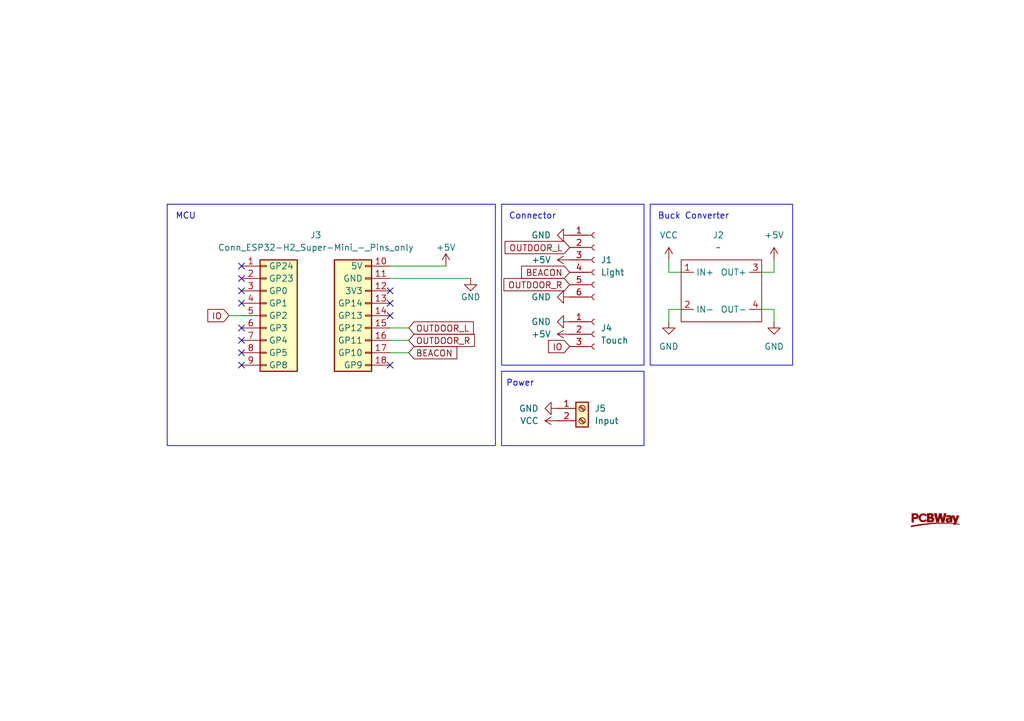
<source format=kicad_sch>
(kicad_sch (version 20250114) (generator "eeschema") (generator_version "9.0")
  (paper "A5")
  (title_block (title "Mole Beacon") (date "05.10.2025") (rev "2.0") (company "Peter Siegmund") (comment 1 "kicad@mars3142.org") (comment 2 "https://wiki.mars3142.dev/project/maerklin/warnemuende/lighthouse/start"))
  (lib_symbols
    (symbol "Connector:Conn_01x03_Socket" (pin_names (offset 1.016) (hide yes))
      (property "Reference" "J" (at 0 5.08 0))
      (property "Value" "Conn_01x03_Socket" (at 0 -5.08 0))
      (symbol "Conn_01x03_Socket_1_1"
        (polyline (pts (xy -1.27 2.54) (xy -0.508 2.54)) (stroke (width 0.1524)))
        (polyline (pts (xy -1.27 0) (xy -0.508 0)) (stroke (width 0.1524)))
        (polyline (pts (xy -1.27 -2.54) (xy -0.508 -2.54)) (stroke (width 0.1524)))
        (arc (start 0 2.032) (mid -0.5058 2.54) (end 0 3.048) (stroke (width 0.1524)))
        (arc (start 0 -0.508) (mid -0.5058 0) (end 0 0.508) (stroke (width 0.1524)))
        (arc (start 0 -3.048) (mid -0.5058 -2.54) (end 0 -2.032) (stroke (width 0.1524)))
        (pin passive line (at -5.08 2.54 0) (length 3.81) (name "Pin_1") (number "1"))
        (pin passive line (at -5.08 0 0) (length 3.81) (name "Pin_2") (number "2"))
        (pin passive line (at -5.08 -2.54 0) (length 3.81) (name "Pin_3") (number "3"))
      )
    )
    (symbol "Connector:Conn_01x06_Socket" (pin_names (offset 1.016) (hide yes))
      (property "Reference" "J" (at 0 7.62 0))
      (property "Value" "Conn_01x06_Socket" (at 0 -10.16 0))
      (symbol "Conn_01x06_Socket_1_1"
        (polyline (pts (xy -1.27 5.08) (xy -0.508 5.08)) (stroke (width 0.1524)))
        (polyline (pts (xy -1.27 2.54) (xy -0.508 2.54)) (stroke (width 0.1524)))
        (polyline (pts (xy -1.27 0) (xy -0.508 0)) (stroke (width 0.1524)))
        (polyline (pts (xy -1.27 -2.54) (xy -0.508 -2.54)) (stroke (width 0.1524)))
        (polyline (pts (xy -1.27 -5.08) (xy -0.508 -5.08)) (stroke (width 0.1524)))
        (polyline (pts (xy -1.27 -7.62) (xy -0.508 -7.62)) (stroke (width 0.1524)))
        (arc (start 0 4.572) (mid -0.5058 5.08) (end 0 5.588) (stroke (width 0.1524)))
        (arc (start 0 2.032) (mid -0.5058 2.54) (end 0 3.048) (stroke (width 0.1524)))
        (arc (start 0 -0.508) (mid -0.5058 0) (end 0 0.508) (stroke (width 0.1524)))
        (arc (start 0 -3.048) (mid -0.5058 -2.54) (end 0 -2.032) (stroke (width 0.1524)))
        (arc (start 0 -5.588) (mid -0.5058 -5.08) (end 0 -4.572) (stroke (width 0.1524)))
        (arc (start 0 -8.128) (mid -0.5058 -7.62) (end 0 -7.112) (stroke (width 0.1524)))
        (pin passive line (at -5.08 5.08 0) (length 3.81) (name "Pin_1") (number "1"))
        (pin passive line (at -5.08 2.54 0) (length 3.81) (name "Pin_2") (number "2"))
        (pin passive line (at -5.08 0 0) (length 3.81) (name "Pin_3") (number "3"))
        (pin passive line (at -5.08 -2.54 0) (length 3.81) (name "Pin_4") (number "4"))
        (pin passive line (at -5.08 -5.08 0) (length 3.81) (name "Pin_5") (number "5"))
        (pin passive line (at -5.08 -7.62 0) (length 3.81) (name "Pin_6") (number "6"))
      )
    )
    (symbol "Connector:Screw_Terminal_01x02" (pin_names (offset 1.016) (hide yes))
      (property "Reference" "J" (at 0 2.54 0))
      (property "Value" "Screw_Terminal_01x02" (at 0 -5.08 0))
      (symbol "Screw_Terminal_01x02_1_1"
        (rectangle (start -1.27 1.27) (end 1.27 -3.81) (stroke (width 0.254)) (fill (type background)))
        (polyline (pts (xy -0.5334 0.3302) (xy 0.3302 -0.508)) (stroke (width 0.1524)))
        (polyline (pts (xy -0.5334 -2.2098) (xy 0.3302 -3.048)) (stroke (width 0.1524)))
        (polyline (pts (xy -0.3556 0.508) (xy 0.508 -0.3302)) (stroke (width 0.1524)))
        (polyline (pts (xy -0.3556 -2.032) (xy 0.508 -2.8702)) (stroke (width 0.1524)))
        (circle (center 0 0) (radius 0.635) (stroke (width 0.1524)))
        (circle (center 0 -2.54) (radius 0.635) (stroke (width 0.1524)))
        (pin passive line (at -5.08 0 0) (length 3.81) (name "Pin_1") (number "1"))
        (pin passive line (at -5.08 -2.54 0) (length 3.81) (name "Pin_2") (number "2"))
      )
    )
    (symbol "aliexpress:Buck_Converter"
      (property "Reference" "J" (at 0 0 0))
      (symbol "Buck_Converter_0_1"
        (rectangle (start -7.62 6.35) (end 8.89 -6.35))
      )
      (symbol "Buck_Converter_1_1"
        (pin passive line (at -7.62 3.81 0) (length 2.54) (name "IN+") (number "1"))
        (pin passive line (at -7.62 -3.81 0) (length 2.54) (name "IN-") (number "2"))
        (pin passive line (at 8.89 3.81 180) (length 2.54) (name "OUT+") (number "3"))
        (pin passive line (at 8.89 -3.81 180) (length 2.54) (name "OUT-") (number "4"))
      )
    )
    (symbol "pcbway:LOGO" (pin_names (offset 1.016))
      (symbol "LOGO_0_0"
        (polyline (pts (xy -4.9134 -1.4708) (xy -4.9126 -1.4707) (xy -4.8189 -1.4495) (xy -4.6929 -1.4238) (xy -4.5386 -1.3944) (xy -4.3599 -1.3618) (xy -4.1609 -1.3267) (xy -3.9455 -1.2898) (xy -3.7176 -1.2516) (xy -3.4814 -1.2129) (xy -3.2407 -1.1744) (xy -2.9995 -1.1365) (xy -2.7618 -1.1001) (xy -2.5316 -1.0658) (xy -2.3129 -1.0341) (xy -2.1096 -1.0058) (xy -1.9257 -0.9816) (xy -1.8406 -0.9707) (xy -1.7364 -0.9574) (xy -1.6414 -0.9453) (xy -1.5633 -0.9355) (xy -1.3456 -0.9108) (xy -1.1003 -0.8857) (xy -0.8339 -0.8607) (xy -0.5527 -0.8364) (xy -0.2632 -0.8133) (xy 0.0281 -0.7919) (xy 0.3148 -0.7728) (xy 0.5903 -0.7564) (xy 0.8484 -0.7434) (xy 1.0295 -0.7365) (xy 1.237 -0.7311) (xy 1.459 -0.7275) (xy 1.6882 -0.7256) (xy 1.9173 -0.7254) (xy 2.139 -0.727) (xy 2.346 -0.7303) (xy 2.531 -0.7353) (xy 2.6867 -0.7421) (xy 2.8242 -0.7501) (xy 2.9888 -0.7606) (xy 3.1492 -0.7717) (xy 3.3014 -0.7831) (xy 3.4413 -0.7945) (xy 3.5649 -0.8054) (xy 3.668 -0.8156) (xy 3.7467 -0.8248) (xy 3.7969 -0.8325) (xy 3.8145 -0.8384) (xy 3.8143 -0.8409) (xy 3.8058 -0.871) (xy 3.7886 -0.916) (xy 3.7846 -0.9258) (xy 3.771 -0.9651) (xy 3.7687 -0.9842) (xy 3.7691 -0.9844) (xy 3.7919 -0.9862) (xy 3.8435 -0.9868) (xy 3.9167 -0.9863) (xy 4.0043 -0.9847) (xy 4.2339 -0.979) (xy 4.2463 -0.9225) (xy 4.2587 -0.866) (xy 4.3988 -0.8781) (xy 4.4006 -0.8783) (xy 4.5698 -0.8927) (xy 4.7063 -0.9038) (xy 4.8134 -0.9117) (xy 4.895 -0.9167) (xy 4.9545 -0.919) (xy 4.9956 -0.9186) (xy 5.0218 -0.9159) (xy 5.0369 -0.9109) (xy 5.0411 -0.9085) (xy 5.0489 -0.902) (xy 5.0468 -0.8961) (xy 5.0309 -0.89) (xy 4.9975 -0.8831) (xy 4.9428 -0.8748) (xy 4.8631 -0.8642) (xy 4.7545 -0.8507) (xy 4.6132 -0.8337) (xy 4.5312 -0.8238) (xy 4.4395 -0.8123) (xy 4.3662 -0.8027) (xy 4.3174 -0.7959) (xy 4.2991 -0.7925) (xy 4.2991 -0.7924) (xy 4.3052 -0.7734) (xy 4.3229 -0.7235) (xy 4.3509 -0.6462) (xy 4.3879 -0.5446) (xy 4.4329 -0.4222) (xy 4.4845 -0.2822) (xy 4.5415 -0.1282) (xy 4.6028 0.0367) (xy 4.9097 0.862) (xy 4.6983 0.8672) (xy 4.6201 0.8681) (xy 4.5478 0.8667) (xy 4.4966 0.8633) (xy 4.4741 0.858) (xy 4.4707 0.8511) (xy 4.4567 0.8138) (xy 4.4347 0.7493) (xy 4.4061 0.6628) (xy 4.3729 0.5593) (xy 4.3366 0.4442) (xy 4.3159 0.3788) (xy 4.2814 0.2728) (xy 4.2508 0.1831) (xy 4.2257 0.1145) (xy 4.208 0.0716) (xy 4.1992 0.059) (xy 4.1955 0.0663) (xy 4.1808 0.1038) (xy 4.1572 0.1683) (xy 4.1268 0.2546) (xy 4.0912 0.3576) (xy 4.0523 0.4723) (xy 3.9182 0.8712) (xy 3.6924 0.8712) (xy 3.4666 0.8712) (xy 3.5005 0.7841) (xy 3.508 0.7647) (xy 3.5295 0.7081) (xy 3.5611 0.6249) (xy 3.6009 0.5199) (xy 3.647 0.398) (xy 3.6977 0.264) (xy 3.751 0.1226) (xy 3.9676 -0.4517) (xy 3.9338 -0.5468) (xy 3.9211 -0.5816) (xy 3.8967 -0.6472) (xy 3.877 -0.6975) (xy 3.854 -0.7531) (xy 3.628 -0.7302) (xy 3.4379 -0.7118) (xy 2.7081 -0.6577) (xy 1.9525 -0.6269) (xy 1.1731 -0.6191) (xy 0.3719 -0.6344) (xy -0.449 -0.6725) (xy -1.2878 -0.7334) (xy -2.1424 -0.817) (xy -3.0108 -0.9231) (xy -3.891 -1.0516) (xy -4.7811 -1.2025) (xy -4.8948 -1.2231) (xy -4.9162 -1.3263) (xy -4.9257 -1.3701) (xy -4.9386 -1.424) (xy -4.9477 -1.4556) (xy -4.9489 -1.4591) (xy -4.9449 -1.4741) (xy -4.9134 -1.4708)) (stroke (width 0.01)) (fill (type outline)))
        (polyline (pts (xy -4.4015 -0.1587) (xy -4.4015 0.1685) (xy -4.1218 0.1801) (xy -4.0185 0.1852) (xy -3.8966 0.1948) (xy -3.8007 0.2088) (xy -3.7242 0.229) (xy -3.661 0.2572) (xy -3.6047 0.2953) (xy -3.5488 0.3451) (xy -3.4926 0.4076) (xy -3.4351 0.5046) (xy -3.4029 0.6167) (xy -3.3928 0.752) (xy -3.3973 0.8282) (xy -3.4295 0.9614) (xy -3.4906 1.0768) (xy -3.5783 1.1706) (xy -3.6901 1.2387) (xy -3.7066 1.2458) (xy -3.7363 1.2571) (xy -3.7677 1.2658) (xy -3.806 1.2721) (xy -3.8559 1.2765) (xy -3.9227 1.2794) (xy -4.0111 1.2811) (xy -4.1263 1.282) (xy -4.2731 1.2826) (xy -4.7591 1.2838) (xy -4.7621 0.7332) (xy -4.4015 0.7332) (xy -4.4015 0.984) (xy -4.1542 0.978) (xy -3.9068 0.972) (xy -3.841 0.9062) (xy -3.7879 0.8322) (xy -3.7655 0.7493) (xy -3.7753 0.6671) (xy -3.8164 0.5925) (xy -3.888 0.5325) (xy -3.9112 0.5206) (xy -3.9504 0.5074) (xy -4.0024 0.4985) (xy -4.0753 0.4927) (xy -4.1768 0.4887) (xy -4.4015 0.4823) (xy -4.4015 0.7332) (xy -4.7621 0.7332) (xy -4.7639 0.3989) (xy -4.7686 -0.4859) (xy -4.5851 -0.4859) (xy -4.4015 -0.4859) (xy -4.4015 -0.1587)) (stroke (width 0.01)) (fill (type outline)))
        (polyline (pts (xy -2.2997 -0.4376) (xy -2.145 -0.4058) (xy -2.0093 -0.3536) (xy -1.9936 -0.3451) (xy -1.9404 -0.3123) (xy -1.881 -0.2711) (xy -1.8226 -0.2273) (xy -1.7727 -0.1865) (xy -1.7388 -0.1545) (xy -1.728 -0.1369) (xy -1.7291 -0.135) (xy -1.7474 -0.1118) (xy -1.7829 -0.0707) (xy -1.8293 -0.0194) (xy -1.9254 0.0852) (xy -2.031 0.0037) (xy -2.0456 -0.0075) (xy -2.1453 -0.0738) (xy -2.2391 -0.1143) (xy -2.3399 -0.1333) (xy -2.4607 -0.1348) (xy -2.5469 -0.1275) (xy -2.6582 -0.1012) (xy -2.7542 -0.0527) (xy -2.8461 0.0226) (xy -2.8681 0.0454) (xy -2.9387 0.1496) (xy -2.9831 0.2709) (xy -3.0002 0.4011) (xy -2.9885 0.532) (xy -2.9467 0.6553) (xy -2.9257 0.6949) (xy -2.8431 0.8056) (xy -2.7393 0.8863) (xy -2.614 0.9375) (xy -2.4667 0.9593) (xy -2.4009 0.96) (xy -2.2641 0.9418) (xy -2.1394 0.8938) (xy -2.0174 0.8127) (xy -1.923 0.7375) (xy -1.8235 0.8358) (xy -1.8148 0.8445) (xy -1.7687 0.8936) (xy -1.7362 0.9334) (xy -1.7239 0.9561) (xy -1.7368 0.9774) (xy -1.7714 1.0132) (xy -1.8202 1.0555) (xy -1.8224 1.0573) (xy -1.9755 1.1583) (xy -2.1393 1.2278) (xy -2.3093 1.266) (xy -2.481 1.2731) (xy -2.6498 1.2493) (xy -2.8112 1.1949) (xy -2.9606 1.11) (xy -3.0935 0.9949) (xy -3.1044 0.9832) (xy -3.1893 0.8775) (xy -3.249 0.7677) (xy -3.292 0.6386) (xy -3.2988 0.6111) (xy -3.3213 0.4372) (xy -3.3104 0.2682) (xy -3.2684 0.1081) (xy -3.1975 -0.0393) (xy -3.1001 -0.17) (xy -2.9783 -0.2802) (xy -2.8346 -0.3659) (xy -2.6712 -0.4232) (xy -2.6169 -0.4343) (xy -2.461 -0.4475) (xy -2.2997 -0.4376)) (stroke (width 0.01)) (fill (type outline)))
        (polyline (pts (xy -1.1233 -0.4824) (xy -0.6144 -0.4768) (xy -0.5044 -0.4253) (xy -0.4147 -0.3761) (xy -0.3096 -0.2901) (xy -0.2368 -0.1887) (xy -0.2186 -0.1342) (xy -0.2057 -0.0498) (xy -0.2012 0.0482) (xy -0.2056 0.1482) (xy -0.2194 0.2385) (xy -0.2196 0.2395) (xy -0.2514 0.3086) (xy -0.3088 0.3766) (xy -0.382 0.4337) (xy -0.4608 0.4706) (xy -0.4769 0.4757) (xy -0.5159 0.4912) (xy -0.5312 0.5027) (xy -0.5303 0.505) (xy -0.5102 0.5238) (xy -0.4723 0.5502) (xy -0.4354 0.5773) (xy -0.3655 0.6584) (xy -0.3198 0.758) (xy -0.2999 0.8684) (xy -0.3078 0.9819) (xy -0.3454 1.0904) (xy -0.3828 1.1433) (xy -0.4566 1.2066) (xy -0.5495 1.2577) (xy -0.6517 1.29) (xy -0.6547 1.2905) (xy -0.7121 1.2974) (xy -0.8003 1.3032) (xy -0.9138 1.3076) (xy -1.0472 1.3103) (xy -1.1952 1.3113) (xy -1.6322 1.3113) (xy -1.6322 0.7886) (xy -1.1738 0.7886) (xy -1.1738 0.9812) (xy -1.0481 0.9812) (xy -0.9444 0.9758) (xy -0.8595 0.9557) (xy -0.8033 0.919) (xy -0.7728 0.8635) (xy -0.7649 0.7872) (xy -0.7798 0.7121) (xy -0.8234 0.6516) (xy -0.8939 0.6154) (xy -0.9248 0.6087) (xy -0.9951 0.5997) (xy -1.0683 0.5962) (xy -1.1738 0.5961) (xy -1.1738 0.7886) (xy -1.6322 0.7886) (xy -1.6322 0.4116) (xy -1.6322 0.0642) (xy -1.1738 0.0642) (xy -1.1738 0.2843) (xy -0.999 0.2843) (xy -0.8935 0.2814) (xy -0.8043 0.2699) (xy -0.7406 0.2477) (xy -0.6969 0.2129) (xy -0.6676 0.1634) (xy -0.6614 0.1473) (xy -0.6473 0.0584) (xy -0.6665 -0.0226) (xy -0.7164 -0.0896) (xy -0.7944 -0.1363) (xy -0.8055 -0.1396) (xy -0.8572 -0.1479) (xy -0.9294 -0.1537) (xy -1.0099 -0.1558) (xy -1.1738 -0.1558) (xy -1.1738 0.0642) (xy -1.6322 0.0642) (xy -1.6322 -0.4881) (xy -1.1233 -0.4824)) (stroke (width 0.01)) (fill (type outline)))
        (polyline (pts (xy 0.9153 0.0572) (xy 0.9251 0.0964) (xy 0.9604 0.2344) (xy 0.9922 0.3536) (xy 1.0194 0.4507) (xy 1.0411 0.5223) (xy 1.0564 0.565) (xy 1.0642 0.5753) (xy 1.0653 0.5727) (xy 1.0753 0.5412) (xy 1.0927 0.4801) (xy 1.1164 0.3939) (xy 1.145 0.2874) (xy 1.1774 0.1652) (xy 1.2121 0.0321) (xy 1.3464 -0.4859) (xy 1.5993 -0.4859) (xy 1.6293 -0.4859) (xy 1.7169 -0.4854) (xy 1.7877 -0.4844) (xy 1.8351 -0.483) (xy 1.8524 -0.4814) (xy 1.8527 -0.4802) (xy 1.8591 -0.4541) (xy 1.8735 -0.3967) (xy 1.895 -0.3114) (xy 1.9228 -0.2014) (xy 1.956 -0.0701) (xy 1.9938 0.079) (xy 2.0353 0.2426) (xy 2.0797 0.4173) (xy 2.3067 1.3113) (xy 2.0743 1.3113) (xy 1.8419 1.3113) (xy 1.7888 1.0591) (xy 1.7741 0.9897) (xy 1.748 0.8675) (xy 1.7185 0.7302) (xy 1.6881 0.5898) (xy 1.6595 0.4587) (xy 1.5832 0.1105) (xy 1.5069 0.4312) (xy 1.4943 0.4842) (xy 1.4612 0.6236) (xy 1.4262 0.7712) (xy 1.3928 0.9122) (xy 1.3644 1.0322) (xy 1.2981 1.3124) (xy 1.0683 1.3073) (xy 0.8385 1.3021) (xy 0.8152 1.2104) (xy 0.8049 1.1696) (xy 0.7869 1.0983) (xy 0.7628 1.0027) (xy 0.734 0.8886) (xy 0.7021 0.7617) (xy 0.6684 0.6278) (xy 0.6647 0.6131) (xy 0.6325 0.4867) (xy 0.6032 0.3735) (xy 0.578 0.2782) (xy 0.5579 0.205) (xy 0.5444 0.1585) (xy 0.5384 0.1432) (xy 0.5348 0.1554) (xy 0.5245 0.1994) (xy 0.5089 0.2704) (xy 0.4889 0.3638) (xy 0.4657 0.4744) (xy 0.4403 0.5975) (xy 0.4238 0.6777) (xy 0.3969 0.8082) (xy 0.3716 0.9304) (xy 0.3493 1.0375) (xy 0.3315 1.1224) (xy 0.3196 1.1784) (xy 0.2909 1.3113) (xy 0.0525 1.3113) (xy -0.0203 1.3111) (xy -0.0949 1.3099) (xy -0.1422 1.3069) (xy -0.1679 1.3013) (xy -0.1774 1.2923) (xy -0.1762 1.2792) (xy -0.1743 1.2727) (xy -0.1641 1.2338) (xy -0.1466 1.166) (xy -0.1229 1.0737) (xy -0.0944 0.9617) (xy -0.062 0.8346) (xy -0.0272 0.6969) (xy 0.0101 0.5501) (xy 0.0593 0.3563) (xy 0.1053 0.1756) (xy 0.1472 0.0112) (xy 0.1844 -0.1336) (xy 0.2159 -0.2558) (xy 0.2408 -0.352) (xy 0.2585 -0.4191) (xy 0.268 -0.4538) (xy 0.2719 -0.4627) (xy 0.2849 -0.4729) (xy 0.3112 -0.4797) (xy 0.3567 -0.4836) (xy 0.4273 -0.4855) (xy 0.5288 -0.4859) (xy 0.78 -0.4859) (xy 0.9153 0.0572)) (stroke (width 0.01)) (fill (type outline)))
        (polyline (pts (xy 2.7284 -0.5176) (xy 2.8095 -0.5036) (xy 2.8434 -0.4913) (xy 2.9068 -0.4604) (xy 2.97 -0.4224) (xy 3.0626 -0.36) (xy 3.0626 -0.423) (xy 3.0626 -0.4859) (xy 3.2735 -0.4859) (xy 3.4844 -0.4859) (xy 3.4844 0.0373) (xy 3.4844 0.1188) (xy 3.4837 0.2684) (xy 3.4817 0.3878) (xy 3.4776 0.4816) (xy 3.4708 0.5543) (xy 3.4604 0.6102) (xy 3.4459 0.654) (xy 3.4264 0.69) (xy 3.4013 0.7227) (xy 3.3698 0.7566) (xy 3.3417 0.7811) (xy 3.2784 0.8224) (xy 3.2103 0.8552) (xy 3.1456 0.8742) (xy 3.0351 0.8928) (xy 2.9059 0.9034) (xy 2.7679 0.9054) (xy 2.6311 0.8987) (xy 2.5053 0.8827) (xy 2.4693 0.8762) (xy 2.403 0.8636) (xy 2.3561 0.8538) (xy 2.3369 0.8484) (xy 2.3351 0.8353) (xy 2.3327 0.794) (xy 2.3305 0.7347) (xy 2.3286 0.6673) (xy 2.3273 0.6022) (xy 2.327 0.5494) (xy 2.3278 0.5192) (xy 2.3289 0.5181) (xy 2.352 0.5205) (xy 2.3992 0.5332) (xy 2.462 0.5541) (xy 2.5151 0.5713) (xy 2.6377 0.5981) (xy 2.7546 0.6071) (xy 2.8601 0.599) (xy 2.9488 0.5746) (xy 3.0148 0.5345) (xy 3.0527 0.4794) (xy 3.0566 0.4676) (xy 3.0605 0.4386) (xy 3.0486 0.4187) (xy 3.0155 0.4051) (xy 2.9561 0.3956) (xy 2.8652 0.3874) (xy 2.8371 0.3851) (xy 2.6604 0.3614) (xy 2.5157 0.3236) (xy 2.4013 0.2706) (xy 2.315 0.2013) (xy 2.2548 0.1144) (xy 2.2189 0.0089) (xy 2.2129 -0.0619) (xy 2.6408 -0.0619) (xy 2.6423 -0.039) (xy 2.6685 0.0286) (xy 2.7271 0.0802) (xy 2.8177 0.1154) (xy 2.9395 0.1337) (xy 3.0643 0.1426) (xy 3.0589 -0.0001) (xy 3.0579 -0.0227) (xy 3.0535 -0.0885) (xy 3.0453 -0.1298) (xy 3.0306 -0.1563) (xy 3.0065 -0.1778) (xy 2.9902 -0.1877) (xy 2.9312 -0.2091) (xy 2.8598 -0.2216) (xy 2.8537 -0.2221) (xy 2.7598 -0.2185) (xy 2.6934 -0.1909) (xy 2.6539 -0.1388) (xy 2.6408 -0.0619) (xy 2.2129 -0.0619) (xy 2.2081 -0.1187) (xy 2.229 -0.2381) (xy 2.2793 -0.3439) (xy 2.3562 -0.4308) (xy 2.4574 -0.4934) (xy 2.4696 -0.4981) (xy 2.5435 -0.5144) (xy 2.6348 -0.521) (xy 2.7284 -0.5176)) (stroke (width 0.01)) (fill (type outline)))
      )
    )
    (symbol "power:+5V" (power) (pin_numbers (hide yes)) (pin_names (offset 0) (hide yes))
      (property "Value" "+5V" (at 0 3.556 0))
      (symbol "+5V_0_1"
        (polyline (pts (xy -0.762 1.27) (xy 0 2.54)))
        (polyline (pts (xy 0 2.54) (xy 0.762 1.27)))
        (polyline (pts (xy 0 0) (xy 0 2.54)))
      )
      (symbol "+5V_1_1"
        (pin power_in line (at 0 0 90) (length 0) (name "~") (number "1"))
      )
    )
    (symbol "power:GND" (power) (pin_numbers (hide yes)) (pin_names (offset 0) (hide yes))
      (property "Value" "GND" (at 0 -3.81 0))
      (symbol "GND_0_1"
        (polyline (pts (xy 0 0) (xy 0 -1.27) (xy 1.27 -1.27) (xy 0 -2.54) (xy -1.27 -1.27) (xy 0 -1.27)))
      )
      (symbol "GND_1_1"
        (pin power_in line (at 0 0 270) (length 0) (name "~") (number "1"))
      )
    )
    (symbol "power:VCC" (power) (pin_numbers (hide yes)) (pin_names (offset 0) (hide yes))
      (property "Value" "VCC" (at 0 3.556 0))
      (symbol "VCC_0_1"
        (polyline (pts (xy -0.762 1.27) (xy 0 2.54)))
        (polyline (pts (xy 0 2.54) (xy 0.762 1.27)))
        (polyline (pts (xy 0 0) (xy 0 2.54)))
      )
      (symbol "VCC_1_1"
        (pin power_in line (at 0 0 90) (length 0) (name "~") (number "1"))
      )
    )
    (symbol "wemos:Conn_ESP32-H2_Super-Mini_-_Pins_only" (pin_names (offset 1.778))
      (property "Reference" "J" (at 0 10.668 0))
      (property "Value" "Conn_ESP32-H2_Super-Mini_-_Pins_only" (at 0.762 -15.494 0))
      (symbol "Conn_ESP32-H2_Super-Mini_-_Pins_only_1_1"
        (rectangle (start -11.43 8.89) (end -3.81 -13.97) (stroke (width 0.254)) (fill (type background)))
        (rectangle (start -11.43 7.747) (end -10.16 7.493) (stroke (width 0.1524)))
        (rectangle (start -11.43 5.207) (end -10.16 4.953) (stroke (width 0.1524)))
        (rectangle (start -11.43 2.667) (end -10.16 2.413) (stroke (width 0.1524)))
        (rectangle (start -11.43 0.127) (end -10.16 -0.127) (stroke (width 0.1524)))
        (rectangle (start -11.43 -2.413) (end -10.16 -2.667) (stroke (width 0.1524)))
        (rectangle (start -11.43 -4.953) (end -10.16 -5.207) (stroke (width 0.1524)))
        (rectangle (start -11.43 -7.493) (end -10.16 -7.747) (stroke (width 0.1524)))
        (rectangle (start -11.43 -10.033) (end -10.16 -10.287) (stroke (width 0.1524)))
        (rectangle (start -11.43 -12.573) (end -10.16 -12.827) (stroke (width 0.1524)))
        (rectangle (start 3.81 8.89) (end 11.43 -13.97) (stroke (width 0.254)) (fill (type background)))
        (rectangle (start 10.16 -10.033) (end 11.43 -10.287) (stroke (width 0.1524)))
        (rectangle (start 10.16 -12.573) (end 11.43 -12.827) (stroke (width 0.1524)))
        (rectangle (start 11.43 7.747) (end 10.16 7.493) (stroke (width 0.1524)))
        (rectangle (start 11.43 5.207) (end 10.16 4.953) (stroke (width 0.1524)))
        (rectangle (start 11.43 2.667) (end 10.16 2.413) (stroke (width 0.1524)))
        (rectangle (start 11.43 0.127) (end 10.16 -0.127) (stroke (width 0.1524)))
        (rectangle (start 11.43 -2.413) (end 10.16 -2.667) (stroke (width 0.1524)))
        (rectangle (start 11.43 -4.953) (end 10.16 -5.207) (stroke (width 0.1524)))
        (rectangle (start 11.43 -7.493) (end 10.16 -7.747) (stroke (width 0.1524)))
        (pin passive line (at -15.24 7.62 0) (length 3.81) (name "GP24") (number "1"))
        (pin passive line (at -15.24 5.08 0) (length 3.81) (name "GP23") (number "2"))
        (pin passive line (at -15.24 2.54 0) (length 3.81) (name "GP0") (number "3"))
        (pin passive line (at -15.24 0 0) (length 3.81) (name "GP1") (number "4"))
        (pin passive line (at -15.24 -2.54 0) (length 3.81) (name "GP2") (number "5"))
        (pin passive line (at -15.24 -5.08 0) (length 3.81) (name "GP3") (number "6"))
        (pin passive line (at -15.24 -7.62 0) (length 3.81) (name "GP4") (number "7"))
        (pin passive line (at -15.24 -10.16 0) (length 3.81) (name "GP5") (number "8"))
        (pin passive line (at -15.24 -12.7 0) (length 3.81) (name "GP8") (number "9"))
        (pin passive line (at 15.24 7.62 180) (length 3.81) (name "5V") (number "10"))
        (pin passive line (at 15.24 5.08 180) (length 3.81) (name "GND") (number "11"))
        (pin passive line (at 15.24 2.54 180) (length 3.81) (name "3V3") (number "12"))
        (pin passive line (at 15.24 0 180) (length 3.81) (name "GP14") (number "13"))
        (pin passive line (at 15.24 -2.54 180) (length 3.81) (name "GP13") (number "14"))
        (pin passive line (at 15.24 -5.08 180) (length 3.81) (name "GP12") (number "15"))
        (pin passive line (at 15.24 -7.62 180) (length 3.81) (name "GP11") (number "16"))
        (pin passive line (at 15.24 -10.16 180) (length 3.81) (name "GP10") (number "17"))
        (pin passive line (at 15.24 -12.7 180) (length 3.81) (name "GP9") (number "18"))
      )
    )
  )
  (rectangle (start 102.87 76.2) (end 132.08 91.44))
  (rectangle (start 102.87 41.91) (end 132.08 74.93))
  (rectangle (start 34.29 41.91) (end 101.6 91.44))
  (rectangle (start 133.35 41.91) (end 162.56 74.93))
  (text "Connector" (at 109.22 44.45 0) (effects (font (size 1.27 1.27))))
  (text "Power" (at 106.68 78.74 0) (effects (font (size 1.27 1.27))))
  (text "Buck Converter" (at 142.24 44.45 0) (effects (font (size 1.27 1.27))))
  (text "MCU" (at 38.1 44.45 0) (effects (font (size 1.27 1.27))))
  (no_connect (at 80.01 59.69))
  (no_connect (at 80.01 74.93))
  (no_connect (at 49.53 74.93))
  (no_connect (at 49.53 62.23))
  (no_connect (at 80.01 62.23))
  (no_connect (at 49.53 59.69))
  (no_connect (at 49.53 57.15))
  (no_connect (at 49.53 67.31))
  (no_connect (at 49.53 54.61))
  (no_connect (at 49.53 69.85))
  (no_connect (at 80.01 64.77))
  (no_connect (at 49.53 72.39))
  (wire (pts (xy 80.01 54.61) (xy 91.44 54.61)))
  (wire (pts (xy 46.99 64.77) (xy 49.53 64.77)))
  (wire (pts (xy 158.75 55.88) (xy 158.75 53.34)))
  (wire (pts (xy 156.21 63.5) (xy 158.75 63.5)))
  (wire (pts (xy 156.21 55.88) (xy 158.75 55.88)))
  (wire (pts (xy 80.01 57.15) (xy 96.52 57.15)))
  (wire (pts (xy 137.16 63.5) (xy 139.7 63.5)))
  (wire (pts (xy 83.82 72.39) (xy 80.01 72.39)))
  (wire (pts (xy 83.82 67.31) (xy 80.01 67.31)))
  (wire (pts (xy 83.82 69.85) (xy 80.01 69.85)))
  (wire (pts (xy 137.16 55.88) (xy 139.7 55.88)))
  (wire (pts (xy 137.16 66.04) (xy 137.16 63.5)))
  (wire (pts (xy 158.75 63.5) (xy 158.75 66.04)))
  (wire (pts (xy 137.16 53.34) (xy 137.16 55.88)))
  (global_label "OUTDOOR_L" (shape input) (at 83.82 67.31 0) (property "Intersheetrefs" "${INTERSHEET_REFS}" (effects (hide yes))))
  (global_label "BEACON" (shape input) (at 83.82 72.39 0) (property "Intersheetrefs" "${INTERSHEET_REFS}" (effects (hide yes))))
  (global_label "IO" (shape input) (at 116.84 71.12 180) (property "Intersheetrefs" "${INTERSHEET_REFS}" (effects (hide yes))))
  (global_label "IO" (shape input) (at 46.99 64.77 180) (property "Intersheetrefs" "${INTERSHEET_REFS}" (effects (hide yes))))
  (global_label "BEACON" (shape input) (at 116.84 55.88 180) (property "Intersheetrefs" "${INTERSHEET_REFS}" (effects (hide yes))))
  (global_label "OUTDOOR_R" (shape input) (at 83.82 69.85 0) (property "Intersheetrefs" "${INTERSHEET_REFS}" (effects (hide yes))))
  (global_label "OUTDOOR_R" (shape input) (at 116.84 58.42 180) (property "Intersheetrefs" "${INTERSHEET_REFS}" (effects (hide yes))))
  (global_label "OUTDOOR_L" (shape input) (at 116.84 50.8 180) (property "Intersheetrefs" "${INTERSHEET_REFS}" (effects (hide yes))))
  (symbol (lib_id "power:VCC") (at 137.16 53.34 0) (unit 1)
    (property "Reference" "#PWR03" (effects (hide yes)))
    (property "Value" "VCC" (at 137.16 48.26 0))
    (property "Description" "Power symbol creates a global label with name \"VCC\"" (effects (hide yes)))
  )
  (symbol (lib_id "power:+5V") (at 158.75 53.34 0) (unit 1)
    (property "Reference" "#PWR04" (effects (hide yes)))
    (property "Value" "+5V" (at 158.75 48.26 0))
    (property "Description" "Power symbol creates a global label with name \"+5V\"" (effects (hide yes)))
  )
  (symbol (lib_id "power:GND") (at 96.52 57.15 0) (unit 1)
    (property "Reference" "#PWR06" (effects (hide yes)))
    (property "Value" "GND" (at 96.52 60.96 0))
    (property "Description" "Power symbol creates a global label with name \"GND\" , ground" (effects (hide yes)))
  )
  (symbol (lib_id "Connector:Conn_01x06_Socket") (at 121.92 53.34 0) (unit 1)
    (property "Reference" "J1" (at 123.19 53.3399 0) (effects (justify left)))
    (property "Value" "Light" (at 123.19 55.8799 0) (effects (justify left)))
    (property "Footprint" "Connector_JST:JST_PH_S4B-PH-K_1x06_P2.00mm_Horizontal" (effects (hide yes)))
    (property "Description" "Generic connector, single row, 01x06, script generated" (effects (hide yes)))
  )
  (symbol (lib_id "power:+5V") (at 116.84 53.34 90) (unit 1)
    (property "Reference" "#PWR02" (effects (hide yes)))
    (property "Value" "+5V" (at 113.03 53.3399 90) (effects (justify left)))
    (property "Description" "Power symbol creates a global label with name \"+5V\"" (effects (hide yes)))
  )
  (symbol (lib_id "Connector:Screw_Terminal_01x02") (at 119.38 83.82 0) (unit 1)
    (property "Reference" "J5" (at 121.92 83.8199 0) (effects (justify left)))
    (property "Value" "Input" (at 121.92 86.3599 0) (effects (justify left)))
    (property "Footprint" "TerminalBlock_Phoenix:TerminalBlock_Phoenix_MKDS-1,5-2_1x02_P5.00mm_Horizontal" (effects (hide yes)))
    (property "Description" "Generic screw terminal, single row, 01x02, script generated (kicad-library-utils/schlib/autogen/connector/)" (effects (hide yes)))
  )
  (symbol (lib_id "aliexpress:Buck_Converter") (at 147.32 59.69 0) (unit 1)
    (property "Reference" "J2" (at 147.32 48.26 0))
    (property "Value" "~" (at 147.32 50.8 0))
    (property "Footprint" "aliexpress:Buck Converter (30V to 5V)" (effects (hide yes)))
  )
  (symbol (lib_id "power:GND") (at 116.84 66.04 270) (unit 1)
    (property "Reference" "#PWR08" (effects (hide yes)))
    (property "Value" "GND" (at 113.03 66.0399 90) (effects (justify right)))
    (property "Description" "Power symbol creates a global label with name \"GND\" , ground" (effects (hide yes)))
  )
  (symbol (lib_id "power:+5V") (at 91.44 54.61 0) (unit 1)
    (property "Reference" "#PWR05" (effects (hide yes)))
    (property "Value" "+5V" (at 91.44 50.8 0))
    (property "Description" "Power symbol creates a global label with name \"+5V\"" (effects (hide yes)))
  )
  (symbol (lib_id "power:+5V") (at 116.84 68.58 90) (unit 1)
    (property "Reference" "#PWR011" (effects (hide yes)))
    (property "Value" "+5V" (at 113.03 68.5799 90) (effects (justify left)))
    (property "Description" "Power symbol creates a global label with name \"+5V\"" (effects (hide yes)))
  )
  (symbol (lib_id "power:+5V") (at 114.3 86.36 90) (unit 1)
    (property "Reference" "#PWR013" (effects (hide yes)))
    (property "Value" "VCC" (at 110.49 86.36 90) (effects (justify left)))
    (property "Description" "Power symbol creates a global label with name \"+5V\"" (effects (hide yes)))
  )
  (symbol (lib_id "power:GND") (at 137.16 66.04 0) (unit 1)
    (property "Reference" "#PWR09" (effects (hide yes)))
    (property "Value" "GND" (at 137.16 71.12 0))
    (property "Description" "Power symbol creates a global label with name \"GND\" , ground" (effects (hide yes)))
  )
  (symbol (lib_id "power:GND") (at 114.3 83.82 270) (unit 1)
    (property "Reference" "#PWR012" (effects (hide yes)))
    (property "Value" "GND" (at 110.49 83.82 90) (effects (justify right)))
    (property "Description" "Power symbol creates a global label with name \"GND\" , ground" (effects (hide yes)))
  )
  (symbol (lib_id "pcbway:LOGO") (at 191.77 106.68 0) (unit 1)
    (property "Reference" "#G1" (effects (hide yes)))
    (property "Value" "LOGO" (effects (hide yes)))
  )
  (symbol (lib_id "power:GND") (at 158.75 66.04 0) (unit 1)
    (property "Reference" "#PWR010" (effects (hide yes)))
    (property "Value" "GND" (at 158.75 71.12 0))
    (property "Description" "Power symbol creates a global label with name \"GND\" , ground" (effects (hide yes)))
  )
  (symbol (lib_id "wemos:Conn_ESP32-H2_Super-Mini_-_Pins_only") (at 64.77 62.23 0) (unit 1)
    (property "Reference" "J3" (at 64.77 48.26 0))
    (property "Value" "Conn_ESP32-H2_Super-Mini_-_Pins_only" (at 64.77 50.8 0))
    (property "Footprint" "wemos:PinSocket_S3 Zero" (effects (hide yes)))
    (property "Description" "Connector for ESP32H2 Zero (Pins only)" (effects (hide yes)))
  )
  (symbol (lib_id "Connector:Conn_01x03_Socket") (at 121.92 68.58 0) (unit 1)
    (property "Reference" "J4" (at 123.19 67.3099 0) (effects (justify left)))
    (property "Value" "Touch" (at 123.19 69.8499 0) (effects (justify left)))
    (property "Footprint" "Connector_PinSocket_2.54mm:PinSocket_1x03_P2.54mm_Vertical" (effects (hide yes)))
    (property "Description" "Generic connector, single row, 01x03, script generated" (effects (hide yes)))
  )
  (symbol (lib_id "power:GND") (at 116.84 60.96 270) (unit 1)
    (property "Reference" "#PWR07" (effects (hide yes)))
    (property "Value" "GND" (at 113.03 60.9599 90) (effects (justify right)))
    (property "Description" "Power symbol creates a global label with name \"GND\" , ground" (effects (hide yes)))
  )
  (symbol (lib_id "power:GND") (at 116.84 48.26 270) (unit 1)
    (property "Reference" "#PWR01" (effects (hide yes)))
    (property "Value" "GND" (at 113.03 48.2599 90) (effects (justify right)))
    (property "Description" "Power symbol creates a global label with name \"GND\" , ground" (effects (hide yes)))
  )
)
</source>
